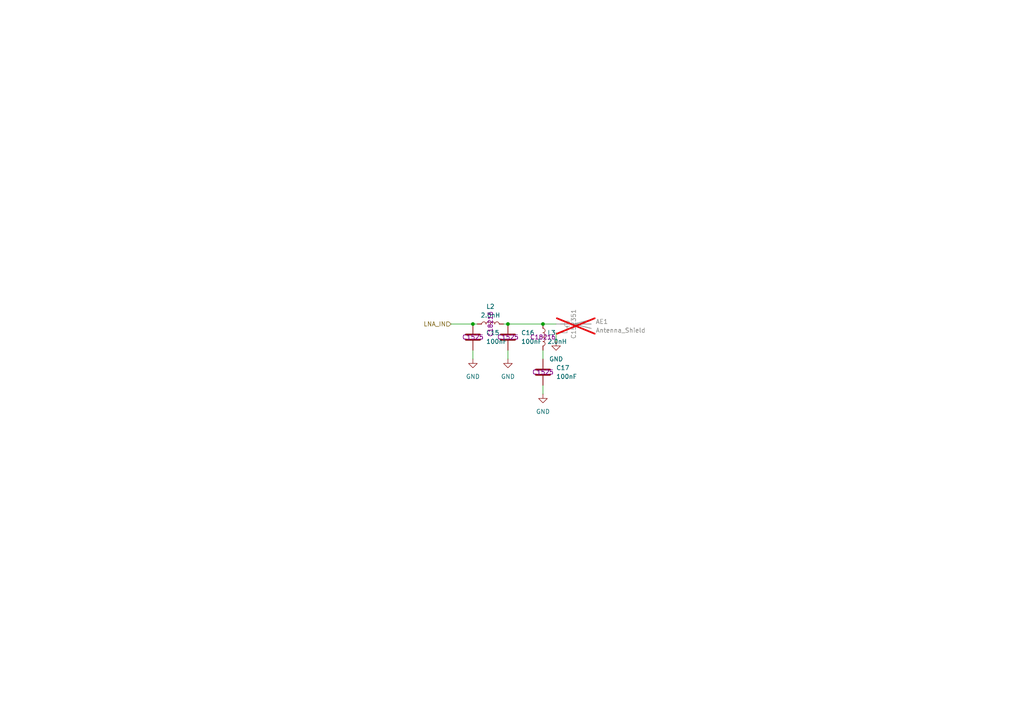
<source format=kicad_sch>
(kicad_sch (version 20250114) (generator "eeschema") (generator_version "9.0")
  (paper "A4")
  (lib_symbols
    (symbol "Device:Antenna_Shield" (pin_numbers (hide yes)) (pin_names (offset 1.016) (hide yes))
      (property "Reference" "AE" (at -1.905 4.445 0))
      (property "Value" "Antenna_Shield" (at -1.905 2.54 0))
      (symbol "Antenna_Shield_0_1"
        (arc (start 0 -2.667) (mid -0.8485 -2.1032) (end -0.508 -1.143))
        (polyline (pts (xy 0 5.08) (xy 0 -3.81)) (stroke (width 0.254)))
        (polyline (pts (xy 0 -2.54) (xy 0 0)))
        (arc (start 0.508 -1.143) (mid 0.8046 -2.0885) (end 0 -2.667))
        (polyline (pts (xy 0.762 -1.905) (xy 2.54 -1.905)))
        (circle (center 0.762 -1.905) (radius 0.1778) (fill (type outline)))
        (polyline (pts (xy 1.27 5.08) (xy 0 0) (xy -1.27 5.08)) (stroke (width 0.254)))
        (polyline (pts (xy 2.54 -2.54) (xy 2.54 -1.905)))
      )
      (symbol "Antenna_Shield_1_1"
        (pin input line (at 0 -5.08 90) (length 2.54) (name "A") (number "1"))
        (pin input line (at 2.54 -5.08 90) (length 2.54) (name "Shield") (number "2"))
      )
    )
    (symbol "Device:C" (pin_numbers (hide yes)) (pin_names (offset 0.254))
      (property "Reference" "C" (at 0.635 2.54 0))
      (property "Value" "C" (at 0.635 -2.54 0))
      (symbol "C_0_1"
        (polyline (pts (xy -2.032 0.762) (xy 2.032 0.762)) (stroke (width 0.508)))
        (polyline (pts (xy -2.032 -0.762) (xy 2.032 -0.762)) (stroke (width 0.508)))
      )
      (symbol "C_1_1"
        (pin passive line (at 0 3.81 270) (length 2.794) (name "~") (number "1"))
        (pin passive line (at 0 -3.81 90) (length 2.794) (name "~") (number "2"))
      )
    )
    (symbol "Device:L" (pin_numbers (hide yes)) (pin_names (offset 1.016) (hide yes))
      (property "Reference" "L" (at -1.27 0 90))
      (property "Value" "L" (at 1.905 0 90))
      (symbol "L_0_1"
        (arc (start 0 2.54) (mid 0.6323 1.905) (end 0 1.27))
        (arc (start 0 1.27) (mid 0.6323 0.635) (end 0 0))
        (arc (start 0 0) (mid 0.6323 -0.635) (end 0 -1.27))
        (arc (start 0 -1.27) (mid 0.6323 -1.905) (end 0 -2.54))
      )
      (symbol "L_1_1"
        (pin passive line (at 0 3.81 270) (length 1.27) (name "1") (number "1"))
        (pin passive line (at 0 -3.81 90) (length 1.27) (name "2") (number "2"))
      )
    )
    (symbol "power:GND" (power) (pin_numbers (hide yes)) (pin_names (offset 0) (hide yes))
      (property "Value" "GND" (at 0 -3.81 0))
      (symbol "GND_0_1"
        (polyline (pts (xy 0 0) (xy 0 -1.27) (xy 1.27 -1.27) (xy 0 -2.54) (xy -1.27 -1.27) (xy 0 -1.27)))
      )
      (symbol "GND_1_1"
        (pin power_in line (at 0 0 270) (length 0) (name "~") (number "1"))
      )
    )
  )
  (junction (at 157.48 93.98))
  (junction (at 137.16 93.98))
  (junction (at 147.32 93.98))
  (wire (pts (xy 157.48 93.98) (xy 161.29 93.98)))
  (wire (pts (xy 157.48 111.76) (xy 157.48 114.3)))
  (wire (pts (xy 157.48 101.6) (xy 157.48 104.14)))
  (wire (pts (xy 137.16 101.6) (xy 137.16 104.14)))
  (wire (pts (xy 161.29 96.52) (xy 161.29 99.06)))
  (wire (pts (xy 130.81 93.98) (xy 137.16 93.98)))
  (wire (pts (xy 146.05 93.98) (xy 147.32 93.98)))
  (wire (pts (xy 147.32 93.98) (xy 157.48 93.98)))
  (wire (pts (xy 137.16 93.98) (xy 138.43 93.98)))
  (wire (pts (xy 147.32 101.6) (xy 147.32 104.14)))
  (hierarchical_label "LNA_IN" (shape input) (at 130.81 93.98 180))
  (symbol (lib_id "Device:C") (at 157.48 107.95 0) (unit 1)
    (property "Reference" "C17" (at 161.29 106.6799 0) (effects (justify left)))
    (property "Value" "100nF" (at 161.29 109.2199 0) (effects (justify left)))
    (property "Footprint" "Capacitor_SMD:C_0402_1005Metric" (effects (hide yes)))
    (property "Description" "Unpolarized capacitor" (effects (hide yes)))
    (property "LCSC" "C1525" (at 157.48 107.95 0))
  )
  (symbol (lib_id "Device:C") (at 137.16 97.79 0) (unit 1)
    (property "Reference" "C15" (at 140.97 96.5199 0) (effects (justify left)))
    (property "Value" "100nF" (at 140.97 99.0599 0) (effects (justify left)))
    (property "Footprint" "Capacitor_SMD:C_0402_1005Metric" (effects (hide yes)))
    (property "Description" "Unpolarized capacitor" (effects (hide yes)))
    (property "LCSC" "C1525" (at 137.16 97.79 0))
  )
  (symbol (lib_id "power:GND") (at 137.16 104.14 0) (unit 1)
    (property "Reference" "#PWR029" (effects (hide yes)))
    (property "Value" "GND" (at 137.16 109.22 0))
    (property "Description" "Power symbol creates a global label with name \"GND\" , ground" (effects (hide yes)))
  )
  (symbol (lib_id "power:GND") (at 161.29 99.06 0) (unit 1)
    (property "Reference" "#PWR032" (effects (hide yes)))
    (property "Value" "GND" (at 161.29 104.14 0))
    (property "Description" "Power symbol creates a global label with name \"GND\" , ground" (effects (hide yes)))
  )
  (symbol (lib_id "Device:Antenna_Shield") (at 166.37 93.98 270) (unit 1) (dnp yes)
    (property "Reference" "AE1" (at 172.72 93.2814 90) (effects (justify left)))
    (property "Value" "Antenna_Shield" (at 172.72 95.8214 90) (effects (justify left)))
    (property "Footprint" "RF_Antenna:Molex_47948-0001_2.4Ghz" (effects (hide yes)))
    (property "Description" "Antenna with extra pin for shielding" (effects (hide yes)))
    (property "LCSC" "C152351" (at 166.37 93.98 0))
  )
  (symbol (lib_id "Device:C") (at 147.32 97.79 0) (unit 1)
    (property "Reference" "C16" (at 151.13 96.5199 0) (effects (justify left)))
    (property "Value" "100nF" (at 151.13 99.0599 0) (effects (justify left)))
    (property "Footprint" "Capacitor_SMD:C_0402_1005Metric" (effects (hide yes)))
    (property "Description" "Unpolarized capacitor" (effects (hide yes)))
    (property "LCSC" "C1525" (at 147.32 97.79 0))
  )
  (symbol (lib_id "power:GND") (at 147.32 104.14 0) (unit 1)
    (property "Reference" "#PWR030" (effects (hide yes)))
    (property "Value" "GND" (at 147.32 109.22 0))
    (property "Description" "Power symbol creates a global label with name \"GND\" , ground" (effects (hide yes)))
  )
  (symbol (lib_id "power:GND") (at 157.48 114.3 0) (unit 1)
    (property "Reference" "#PWR031" (effects (hide yes)))
    (property "Value" "GND" (at 157.48 119.38 0))
    (property "Description" "Power symbol creates a global label with name \"GND\" , ground" (effects (hide yes)))
  )
  (symbol (lib_id "Device:L") (at 157.48 97.79 0) (unit 1)
    (property "Reference" "L3" (at 158.75 96.5199 0) (effects (justify left)))
    (property "Value" "2.0nH" (at 158.75 99.0599 0) (effects (justify left)))
    (property "Footprint" "Inductor_SMD:L_0402_1005Metric" (effects (hide yes)))
    (property "Description" "Inductor" (effects (hide yes)))
    (property "LCSC" "C18216" (at 157.48 97.79 0))
  )
  (symbol (lib_id "Device:L") (at 142.24 93.98 90) (unit 1)
    (property "Reference" "L2" (at 142.24 88.9 90))
    (property "Value" "2.0nH" (at 142.24 91.44 90))
    (property "Footprint" "Inductor_SMD:L_0402_1005Metric" (effects (hide yes)))
    (property "Description" "Inductor" (effects (hide yes)))
    (property "LCSC" "C18216" (at 142.24 93.98 0))
  )
)
</source>
